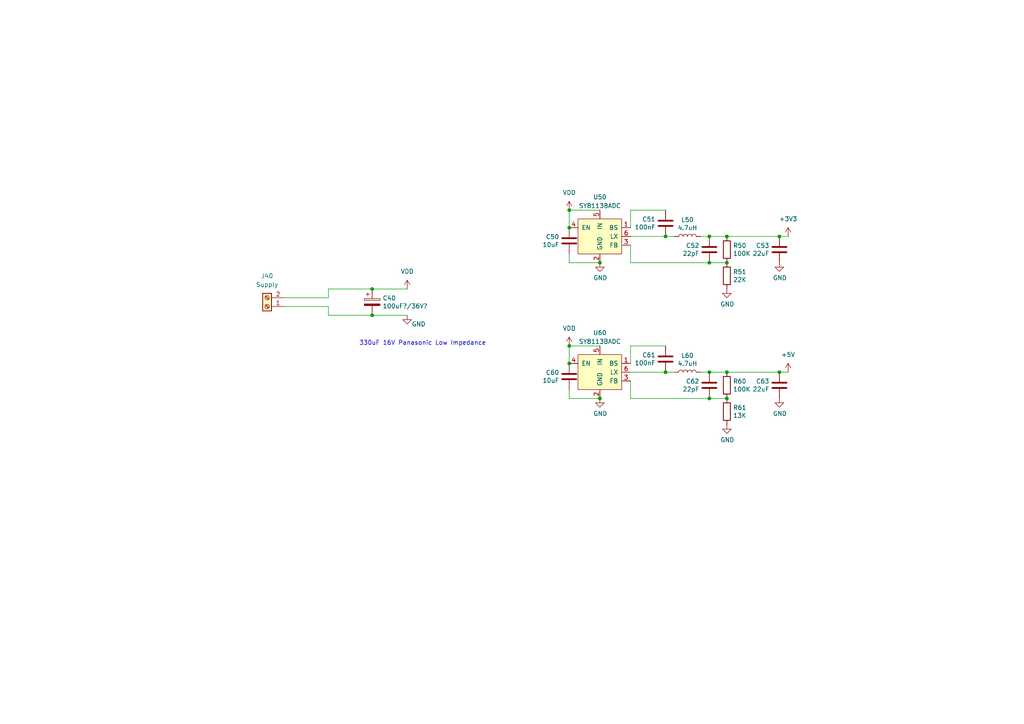
<source format=kicad_sch>
(kicad_sch (version 20211123) (generator eeschema)
  (paper "A4")
  (lib_symbols
    (symbol "Connector:Screw_Terminal_01x02" (pin_names (offset 1.016) hide)
      (property "Reference" "J" (at 0 2.54 0))
      (property "Value" "Screw_Terminal_01x02" (at 0 -5.08 0))
      (symbol "Screw_Terminal_01x02_1_1"
        (rectangle (start -1.27 1.27) (end 1.27 -3.81) (stroke (width 0.254)) (fill (type background)))
        (circle (center 0 -2.54) (radius 0.635) (stroke (width 0.1524)))
        (polyline (pts (xy -0.5334 -2.2098) (xy 0.3302 -3.048)) (stroke (width 0.1524)))
        (polyline (pts (xy -0.5334 0.3302) (xy 0.3302 -0.508)) (stroke (width 0.1524)))
        (polyline (pts (xy -0.3556 -2.032) (xy 0.508 -2.8702)) (stroke (width 0.1524)))
        (polyline (pts (xy -0.3556 0.508) (xy 0.508 -0.3302)) (stroke (width 0.1524)))
        (circle (center 0 0) (radius 0.635) (stroke (width 0.1524)))
        (pin passive line (at -5.08 0 0) (length 3.81) (name "Pin_1") (number "1"))
        (pin passive line (at -5.08 -2.54 0) (length 3.81) (name "Pin_2") (number "2"))
      )
    )
    (symbol "Device:C" (pin_numbers hide) (pin_names (offset 0.254))
      (property "Reference" "C" (at 0.635 2.54 0))
      (property "Value" "C" (at 0.635 -2.54 0))
      (symbol "C_0_1"
        (polyline (pts (xy -2.032 -0.762) (xy 2.032 -0.762)) (stroke (width 0.508)))
        (polyline (pts (xy -2.032 0.762) (xy 2.032 0.762)) (stroke (width 0.508)))
      )
      (symbol "C_1_1"
        (pin passive line (at 0 3.81 270) (length 2.794) (name "~") (number "1"))
        (pin passive line (at 0 -3.81 90) (length 2.794) (name "~") (number "2"))
      )
    )
    (symbol "Device:CP" (pin_numbers hide) (pin_names (offset 0.254))
      (property "Reference" "C" (at 0.635 2.54 0))
      (property "Value" "Device_CP" (at 0.635 -2.54 0))
      (symbol "CP_0_1"
        (rectangle (start -2.286 0.508) (end 2.286 1.016))
        (polyline (pts (xy -1.778 2.286) (xy -0.762 2.286)))
        (polyline (pts (xy -1.27 2.794) (xy -1.27 1.778)))
        (rectangle (start 2.286 -0.508) (end -2.286 -1.016) (fill (type outline)))
      )
      (symbol "CP_1_1"
        (pin passive line (at 0 3.81 270) (length 2.794) (name "~") (number "1"))
        (pin passive line (at 0 -3.81 90) (length 2.794) (name "~") (number "2"))
      )
    )
    (symbol "Device:L" (pin_numbers hide) (pin_names (offset 1.016) hide)
      (property "Reference" "L" (at -1.27 0 90))
      (property "Value" "L" (at 1.905 0 90))
      (symbol "L_0_1"
        (arc (start 0 -2.54) (mid 0.635 -1.905) (end 0 -1.27))
        (arc (start 0 -1.27) (mid 0.635 -0.635) (end 0 0))
        (arc (start 0 0) (mid 0.635 0.635) (end 0 1.27))
        (arc (start 0 1.27) (mid 0.635 1.905) (end 0 2.54))
      )
      (symbol "L_1_1"
        (pin passive line (at 0 3.81 270) (length 1.27) (name "1") (number "1"))
        (pin passive line (at 0 -3.81 90) (length 1.27) (name "2") (number "2"))
      )
    )
    (symbol "Device:R" (pin_numbers hide) (pin_names (offset 0))
      (property "Reference" "R" (at 2.032 0 90))
      (property "Value" "R" (at 0 0 90))
      (symbol "R_0_1"
        (rectangle (start -1.016 -2.54) (end 1.016 2.54) (stroke (width 0.254)))
      )
      (symbol "R_1_1"
        (pin passive line (at 0 3.81 270) (length 1.27) (name "~") (number "1"))
        (pin passive line (at 0 -3.81 90) (length 1.27) (name "~") (number "2"))
      )
    )
    (symbol "NoU265:SY8113BADC" (pin_names (offset 1.016))
      (property "Reference" "U" (at 2.54 8.89 0))
      (property "Value" "SY8113BADC" (at 7.62 6.35 0))
      (symbol "SY8113BADC_0_1"
        (rectangle (start -6.35 5.08) (end 6.35 -5.08) (fill (type background)))
      )
      (symbol "SY8113BADC_1_1"
        (pin input line (at 8.89 2.54 180) (length 2.54) (name "BS") (number "1"))
        (pin power_in line (at 0 -7.62 90) (length 2.54) (name "GND") (number "2"))
        (pin input line (at 8.89 -2.54 180) (length 2.54) (name "FB") (number "3"))
        (pin input line (at -8.89 2.54 0) (length 2.54) (name "EN") (number "4"))
        (pin power_in line (at 0 7.62 270) (length 2.54) (name "IN") (number "5"))
        (pin output line (at 8.89 0 180) (length 2.54) (name "LX") (number "6"))
      )
    )
    (symbol "power:+3.3V" (power) (pin_names (offset 0))
      (property "Value" "+3.3V" (at 0 3.556 0))
      (symbol "+3.3V_0_1"
        (polyline (pts (xy -0.762 1.27) (xy 0 2.54)))
        (polyline (pts (xy 0 0) (xy 0 2.54)))
        (polyline (pts (xy 0 2.54) (xy 0.762 1.27)))
      )
      (symbol "+3.3V_1_1"
        (pin power_in line (at 0 0 90) (length 0) hide (name "+3V3") (number "1"))
      )
    )
    (symbol "power:+5V" (power) (pin_names (offset 0))
      (property "Value" "+5V" (at 0 3.556 0))
      (symbol "+5V_0_1"
        (polyline (pts (xy -0.762 1.27) (xy 0 2.54)))
        (polyline (pts (xy 0 0) (xy 0 2.54)))
        (polyline (pts (xy 0 2.54) (xy 0.762 1.27)))
      )
      (symbol "+5V_1_1"
        (pin power_in line (at 0 0 90) (length 0) hide (name "+5V") (number "1"))
      )
    )
    (symbol "power:GND" (power) (pin_names (offset 0))
      (property "Value" "GND" (at 0 -3.81 0))
      (symbol "GND_0_1"
        (polyline (pts (xy 0 0) (xy 0 -1.27) (xy 1.27 -1.27) (xy 0 -2.54) (xy -1.27 -1.27) (xy 0 -1.27)))
      )
      (symbol "GND_1_1"
        (pin power_in line (at 0 0 270) (length 0) hide (name "GND") (number "1"))
      )
    )
    (symbol "power:VDD" (power) (pin_names (offset 0))
      (property "Value" "VDD" (at 0 3.81 0))
      (symbol "VDD_0_1"
        (polyline (pts (xy -0.762 1.27) (xy 0 2.54)))
        (polyline (pts (xy 0 0) (xy 0 2.54)))
        (polyline (pts (xy 0 2.54) (xy 0.762 1.27)))
      )
      (symbol "VDD_1_1"
        (pin power_in line (at 0 0 90) (length 0) hide (name "VDD") (number "1"))
      )
    )
  )
  (junction (at 205.74 76.2))
  (junction (at 107.95 83.82))
  (junction (at 173.99 76.2))
  (junction (at 165.1 100.33))
  (junction (at 193.04 107.95))
  (junction (at 205.74 68.58))
  (junction (at 165.1 60.96))
  (junction (at 107.95 91.44))
  (junction (at 165.1 105.41))
  (junction (at 210.82 68.58))
  (junction (at 210.82 76.2))
  (junction (at 193.04 68.58))
  (junction (at 210.82 107.95))
  (junction (at 226.06 107.95))
  (junction (at 205.74 115.57))
  (junction (at 205.74 107.95))
  (junction (at 173.99 115.57))
  (junction (at 210.82 115.57))
  (junction (at 226.06 68.58))
  (junction (at 165.1 66.04))
  (wire (pts (xy 165.1 66.04) (xy 165.1 60.96)))
  (wire (pts (xy 182.88 76.2) (xy 182.88 71.12)))
  (wire (pts (xy 95.25 91.44) (xy 107.95 91.44)))
  (wire (pts (xy 205.74 68.58) (xy 210.82 68.58)))
  (wire (pts (xy 165.1 76.2) (xy 165.1 73.66)))
  (wire (pts (xy 210.82 107.95) (xy 226.06 107.95)))
  (wire (pts (xy 182.88 68.58) (xy 193.04 68.58)))
  (wire (pts (xy 95.25 83.82) (xy 107.95 83.82)))
  (wire (pts (xy 107.95 83.82) (xy 118.11 83.82)))
  (wire (pts (xy 165.1 76.2) (xy 173.99 76.2)))
  (wire (pts (xy 165.1 60.96) (xy 173.99 60.96)))
  (wire (pts (xy 182.88 100.33) (xy 193.04 100.33)))
  (wire (pts (xy 182.88 115.57) (xy 205.74 115.57)))
  (wire (pts (xy 205.74 107.95) (xy 210.82 107.95)))
  (wire (pts (xy 182.88 115.57) (xy 182.88 110.49)))
  (wire (pts (xy 182.88 60.96) (xy 193.04 60.96)))
  (wire (pts (xy 165.1 115.57) (xy 165.1 113.03)))
  (wire (pts (xy 165.1 105.41) (xy 165.1 100.33)))
  (wire (pts (xy 203.2 68.58) (xy 205.74 68.58)))
  (wire (pts (xy 182.88 105.41) (xy 182.88 100.33)))
  (wire (pts (xy 182.88 107.95) (xy 193.04 107.95)))
  (wire (pts (xy 95.25 88.9) (xy 95.25 91.44)))
  (wire (pts (xy 165.1 115.57) (xy 173.99 115.57)))
  (wire (pts (xy 205.74 115.57) (xy 210.82 115.57)))
  (wire (pts (xy 165.1 100.33) (xy 173.99 100.33)))
  (wire (pts (xy 107.95 91.44) (xy 118.11 91.44)))
  (wire (pts (xy 182.88 76.2) (xy 205.74 76.2)))
  (wire (pts (xy 195.58 68.58) (xy 193.04 68.58)))
  (wire (pts (xy 195.58 107.95) (xy 193.04 107.95)))
  (wire (pts (xy 226.06 107.95) (xy 228.6 107.95)))
  (wire (pts (xy 182.88 66.04) (xy 182.88 60.96)))
  (wire (pts (xy 82.55 88.9) (xy 95.25 88.9)))
  (wire (pts (xy 226.06 68.58) (xy 228.6 68.58)))
  (wire (pts (xy 205.74 76.2) (xy 210.82 76.2)))
  (wire (pts (xy 95.25 86.36) (xy 95.25 83.82)))
  (wire (pts (xy 210.82 68.58) (xy 226.06 68.58)))
  (wire (pts (xy 82.55 86.36) (xy 95.25 86.36)))
  (wire (pts (xy 203.2 107.95) (xy 205.74 107.95)))
  (text "330uF 16V Panasonic Low Impedance" (at 104.14 100.33 0) (effects (font (size 1.27 1.27)) (justify left bottom)))
  (symbol (lib_id "Device:C") (at 205.74 72.39 0) (mirror x) (unit 1)
    (property "Reference" "C52" (at 202.8444 71.2216 0) (effects (justify right)))
    (property "Value" "22pF" (at 202.8444 73.533 0) (effects (justify right)))
    (property "Footprint" "Capacitor_SMD:C_0603_1608Metric" (effects hide))
    (property "Datasheet" "https://lcsc.com/product-detail/Multilayer-Ceramic-Capacitors-MLCC-SMD-SMT_Samsung-Electro-Mechanics-CL10C220JB8NNNC_C1653.html" (effects hide))
    (property "LCSC" "C1653" (effects hide))
  )
  (symbol (lib_id "Device:C") (at 193.04 64.77 0) (mirror x) (unit 1)
    (property "Reference" "C51" (at 190.1444 63.6016 0) (effects (justify right)))
    (property "Value" "100nF" (at 190.1444 65.913 0) (effects (justify right)))
    (property "Footprint" "Capacitor_SMD:C_0603_1608Metric" (effects hide))
    (property "Datasheet" "https://lcsc.com/product-detail/Multilayer-Ceramic-Capacitors-MLCC-SMD-SMT_YAGEO-CC0603KRX7R9BB104_C14663.html" (effects hide))
    (property "LCSC" "C14663" (effects hide))
  )
  (symbol (lib_id "Device:L") (at 199.39 68.58 90) (unit 1)
    (property "Reference" "L50" (at 199.39 63.754 90))
    (property "Value" "4.7uH" (at 199.39 66.0654 90))
    (property "Footprint" "Inductor_SMD:L_1210_3225Metric" (effects hide))
    (property "Datasheet" "https://lcsc.com/product-detail/Power-Inductors_Murata-Electronics-LQH32CN4R7M23L_C86070.html" (effects hide))
    (property "LCSC" "C86070" (effects hide))
  )
  (symbol (lib_id "Device:R") (at 210.82 72.39 0) (unit 1)
    (property "Reference" "R50" (at 212.598 71.2216 0) (effects (justify left)))
    (property "Value" "100K" (at 212.598 73.533 0) (effects (justify left)))
    (property "Footprint" "Resistor_SMD:R_0603_1608Metric" (effects hide))
    (property "Datasheet" "https://lcsc.com/product-detail/Chip-Resistor-Surface-Mount_UNI-ROYAL-Uniroyal-Elec-0603WAF1003T5E_C25803.html" (effects hide))
    (property "LCSC" "C25803" (effects hide))
  )
  (symbol (lib_id "Device:R") (at 210.82 80.01 0) (unit 1)
    (property "Reference" "R51" (at 212.598 78.8416 0) (effects (justify left)))
    (property "Value" "22K" (at 212.598 81.153 0) (effects (justify left)))
    (property "Footprint" "Resistor_SMD:R_0603_1608Metric" (effects hide))
    (property "Datasheet" "https://lcsc.com/product-detail/Chip-Resistor-Surface-Mount_UNI-ROYAL-Uniroyal-Elec-0603WAF2202T5E_C31850.html" (effects hide))
    (property "LCSC" "C31850" (effects hide))
  )
  (symbol (lib_id "power:GND") (at 210.82 83.82 0) (unit 1)
    (property "Reference" "#PWR0106" (effects hide))
    (property "Value" "GND" (at 210.947 88.2142 0))
  )
  (symbol (lib_id "Device:C") (at 226.06 72.39 0) (mirror x) (unit 1)
    (property "Reference" "C53" (at 223.1644 71.2216 0) (effects (justify right)))
    (property "Value" "22uF" (at 223.1644 73.533 0) (effects (justify right)))
    (property "Footprint" "Capacitor_SMD:C_0603_1608Metric" (effects hide))
    (property "Datasheet" "https://lcsc.com/product-detail/Multilayer-Ceramic-Capacitors-MLCC-SMD-SMT_Samsung-Electro-Mechanics-CL10A226MQ8NRNC_C59461.html" (effects hide))
    (property "LCSC" "C59461" (effects hide))
  )
  (symbol (lib_id "power:GND") (at 226.06 76.2 0) (unit 1)
    (property "Reference" "#PWR0107" (effects hide))
    (property "Value" "GND" (at 226.187 80.5942 0))
  )
  (symbol (lib_id "power:GND") (at 173.99 115.57 0) (unit 1)
    (property "Reference" "#PWR0108" (effects hide))
    (property "Value" "GND" (at 174.117 119.9642 0))
  )
  (symbol (lib_id "Device:C") (at 165.1 109.22 0) (mirror x) (unit 1)
    (property "Reference" "C60" (at 162.2044 108.0516 0) (effects (justify right)))
    (property "Value" "10uF" (at 162.2044 110.363 0) (effects (justify right)))
    (property "Footprint" "Capacitor_SMD:C_0603_1608Metric" (effects hide))
    (property "Datasheet" "https://lcsc.com/product-detail/Multilayer-Ceramic-Capacitors-MLCC-SMD-SMT_Samsung-Electro-Mechanics-CL21A106KAYNNNE_C15850.html" (effects hide))
    (property "LCSC" "C15850" (effects hide))
  )
  (symbol (lib_id "Device:C") (at 205.74 111.76 0) (mirror x) (unit 1)
    (property "Reference" "C62" (at 202.8444 110.5916 0) (effects (justify right)))
    (property "Value" "22pF" (at 202.8444 112.903 0) (effects (justify right)))
    (property "Footprint" "Capacitor_SMD:C_0603_1608Metric" (effects hide))
    (property "Datasheet" "https://lcsc.com/product-detail/Multilayer-Ceramic-Capacitors-MLCC-SMD-SMT_Samsung-Electro-Mechanics-CL10C220JB8NNNC_C1653.html" (effects hide))
    (property "LCSC" "C1653" (effects hide))
  )
  (symbol (lib_id "Device:C") (at 193.04 104.14 0) (mirror x) (unit 1)
    (property "Reference" "C61" (at 190.1444 102.9716 0) (effects (justify right)))
    (property "Value" "100nF" (at 190.1444 105.283 0) (effects (justify right)))
    (property "Footprint" "Capacitor_SMD:C_0603_1608Metric" (effects hide))
    (property "Datasheet" "https://lcsc.com/product-detail/Multilayer-Ceramic-Capacitors-MLCC-SMD-SMT_YAGEO-CC0603KRX7R9BB104_C14663.html" (effects hide))
    (property "LCSC" "C14663" (effects hide))
  )
  (symbol (lib_id "Device:L") (at 199.39 107.95 90) (unit 1)
    (property "Reference" "L60" (at 199.39 103.124 90))
    (property "Value" "4.7uH" (at 199.39 105.4354 90))
    (property "Footprint" "Inductor_SMD:L_1210_3225Metric" (effects hide))
    (property "Datasheet" "https://lcsc.com/product-detail/Power-Inductors_Murata-Electronics-LQH32CN4R7M23L_C86070.html" (effects hide))
    (property "LCSC" "C86070" (effects hide))
  )
  (symbol (lib_id "NoU265:SY8113BADC") (at 173.99 107.95 0) (unit 1)
    (property "Reference" "U60" (at 173.99 96.52 0))
    (property "Value" "SY8113BADC" (at 173.99 99.06 0))
    (property "Footprint" "Package_TO_SOT_SMD:TSOT-23-6" (effects hide))
    (property "Datasheet" "https://lcsc.com/product-detail/DC-DC-Converters_Silergy-Corp-SY8113BADC_C78989.html" (effects hide))
    (property "LCSC" "C78989" (effects hide))
  )
  (symbol (lib_id "Device:R") (at 210.82 111.76 0) (unit 1)
    (property "Reference" "R60" (at 212.598 110.5916 0) (effects (justify left)))
    (property "Value" "100K" (at 212.598 112.903 0) (effects (justify left)))
    (property "Footprint" "Resistor_SMD:R_0603_1608Metric" (effects hide))
    (property "Datasheet" "https://lcsc.com/product-detail/Chip-Resistor-Surface-Mount_UNI-ROYAL-Uniroyal-Elec-0603WAF1003T5E_C25803.html" (effects hide))
    (property "LCSC" "C25803" (effects hide))
  )
  (symbol (lib_id "Device:R") (at 210.82 119.38 0) (unit 1)
    (property "Reference" "R61" (at 212.598 118.2116 0) (effects (justify left)))
    (property "Value" "13K" (at 212.598 120.523 0) (effects (justify left)))
    (property "Footprint" "Resistor_SMD:R_0603_1608Metric" (effects hide))
    (property "Datasheet" "https://lcsc.com/product-detail/Chip-Resistor-Surface-Mount_UNI-ROYAL-Uniroyal-Elec-0603WAF1302T5E_C22797.html" (effects hide))
    (property "LCSC" "C22797" (effects hide))
  )
  (symbol (lib_id "power:GND") (at 210.82 123.19 0) (unit 1)
    (property "Reference" "#PWR0109" (effects hide))
    (property "Value" "GND" (at 210.947 127.5842 0))
  )
  (symbol (lib_id "Device:C") (at 226.06 111.76 0) (mirror x) (unit 1)
    (property "Reference" "C63" (at 223.1644 110.5916 0) (effects (justify right)))
    (property "Value" "22uF" (at 223.1644 112.903 0) (effects (justify right)))
    (property "Footprint" "Capacitor_SMD:C_0603_1608Metric" (effects hide))
    (property "Datasheet" "https://lcsc.com/product-detail/Multilayer-Ceramic-Capacitors-MLCC-SMD-SMT_Samsung-Electro-Mechanics-CL10A226MQ8NRNC_C59461.html" (effects hide))
    (property "LCSC" "C59461" (effects hide))
  )
  (symbol (lib_id "power:GND") (at 226.06 115.57 0) (unit 1)
    (property "Reference" "#PWR0110" (effects hide))
    (property "Value" "GND" (at 226.187 119.9642 0))
  )
  (symbol (lib_id "NoU265:SY8113BADC") (at 173.99 68.58 0) (unit 1)
    (property "Reference" "U50" (at 173.99 57.15 0))
    (property "Value" "SY8113BADC" (at 173.99 59.69 0))
    (property "Footprint" "Package_TO_SOT_SMD:TSOT-23-6" (effects hide))
    (property "Datasheet" "https://lcsc.com/product-detail/DC-DC-Converters_Silergy-Corp-SY8113BADC_C78989.html" (effects hide))
    (property "LCSC" "C78989" (effects hide))
  )
  (symbol (lib_id "power:GND") (at 173.99 76.2 0) (unit 1)
    (property "Reference" "#PWR0105" (effects hide))
    (property "Value" "GND" (at 174.117 80.5942 0))
  )
  (symbol (lib_id "Device:C") (at 165.1 69.85 0) (mirror x) (unit 1)
    (property "Reference" "C50" (at 162.2044 68.6816 0) (effects (justify right)))
    (property "Value" "10uF" (at 162.2044 70.993 0) (effects (justify right)))
    (property "Footprint" "Capacitor_SMD:C_0603_1608Metric" (effects hide))
    (property "Datasheet" "https://lcsc.com/product-detail/Multilayer-Ceramic-Capacitors-MLCC-SMD-SMT_Samsung-Electro-Mechanics-CL21A106KAYNNNE_C15850.html" (effects hide))
    (property "LCSC" "C15850" (effects hide))
  )
  (symbol (lib_id "power:GND") (at 118.11 91.44 0) (mirror y) (unit 1)
    (property "Reference" "#PWR0111" (effects hide))
    (property "Value" "GND" (at 119.38 93.98 0) (effects (justify right)))
  )
  (symbol (lib_id "power:+5V") (at 228.6 107.95 0) (unit 1)
    (property "Reference" "#PWR0127" (effects hide))
    (property "Value" "+5V" (at 228.6 102.87 0))
  )
  (symbol (lib_id "Connector:Screw_Terminal_01x02") (at 77.47 88.9 180) (unit 1)
    (property "Reference" "J40" (at 77.47 80.01 0))
    (property "Value" "Supply" (at 77.47 82.55 0))
    (property "Footprint" "TerminalBlock:TerminalBlock_bornier-2_P5.08mm" (effects hide))
  )
  (symbol (lib_id "power:VDD") (at 165.1 100.33 0) (unit 1)
    (property "Reference" "#PWR0128" (effects hide))
    (property "Value" "VDD" (at 165.1 95.25 0))
  )
  (symbol (lib_id "power:VDD") (at 118.11 83.82 0) (unit 1)
    (property "Reference" "#PWR0129" (effects hide))
    (property "Value" "VDD" (at 118.11 78.74 0))
  )
  (symbol (lib_id "power:+3.3V") (at 228.6 68.58 0) (unit 1)
    (property "Reference" "#PWR0131" (effects hide))
    (property "Value" "+3.3V" (at 228.6 63.5 0))
  )
  (symbol (lib_id "Device:CP") (at 107.95 87.63 0) (unit 1)
    (property "Reference" "C40" (at 110.9472 86.4616 0) (effects (justify left)))
    (property "Value" "100uF?/36V?" (at 110.9472 88.773 0) (effects (justify left)))
  )
  (symbol (lib_id "power:VDD") (at 165.1 60.96 0) (unit 1)
    (property "Reference" "#PWR0132" (effects hide))
    (property "Value" "VDD" (at 165.1 55.88 0))
  )
)
</source>
